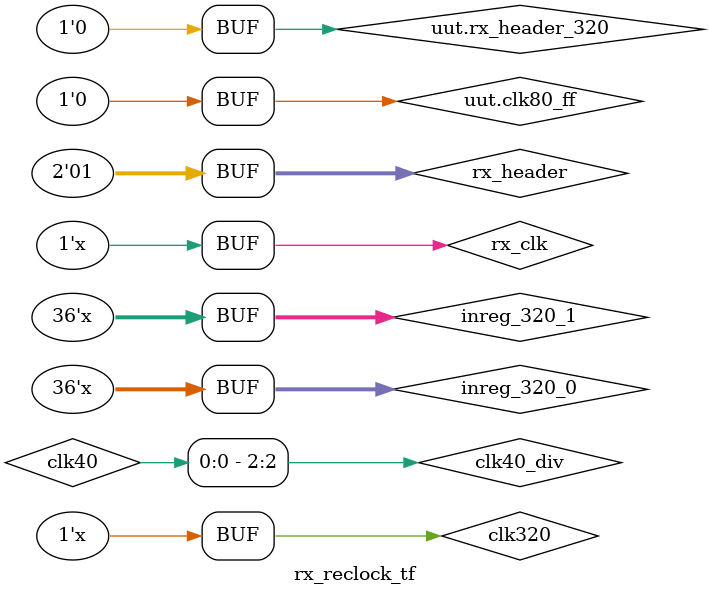
<source format=sv>
`timescale 1ns / 1ps

module rx_reclock_tf;

    reg [37:0] rx_data_38 = 38'h0; // at mgt clk domain
    reg [1:0] rx_header = 2'b01;
    reg rx_clk = 1'b0; // mgt rx clock
     
    wire [75:0] rx_data_76_o; // at fabric clk domain
    wire clk40; // fabric clk
    reg clk320 = 1'b0;  // fabric clk x 8


    rx_reclock uut 
    (
        .rx_data_38   (rx_data_38  ), 
        .rx_header    (rx_header   ),
        .rx_clk       (rx_clk      ), 
         
        .rx_data_76_o (rx_data_76_o), 
        .clk40        (clk40       ), 
        .clk320       (clk320      )
    );

    wire [35:0] inreg_320_0 = uut.inreg_320[37:0];
    wire [35:0] inreg_320_1 = uut.inreg_320[75:38];

    always 
    begin
        #1.5625 
        clk320 = ~clk320;
    end
    
    always 
    begin
        //#6.25
        #6.3
        rx_clk = ~rx_clk;
    end
    
    reg [2:0] clk40_div = 2'b0;
    assign clk40 = clk40_div[2];
    
    always @(posedge clk320)
    begin
        clk40_div++;
    end
    
    always @(posedge rx_clk)
    begin
        rx_data_38++;
    end

    initial
    begin
        uut.clk80_ff = 0;
        uut.rx_header_320 = 0;
    end

endmodule

</source>
